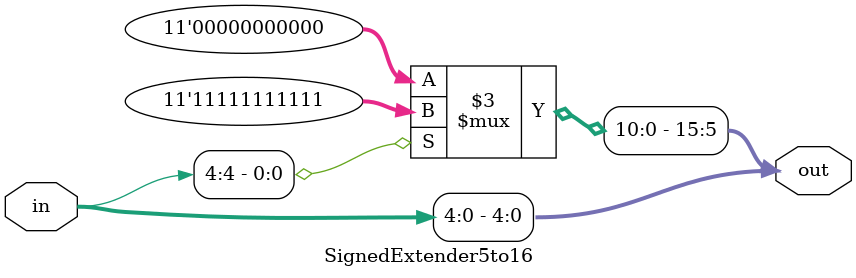
<source format=v>
`timescale 1ns / 1ps


module SignedExtender5to16(
    input [4:0] in,
    output reg [15:0] out
    );

    always @(*) begin
        out[4:0] = in[4:0];
        if(in[4])
            out[15:5] = 11'b11111111111;
        else
            out[15:5] = 0;
    end


endmodule

</source>
